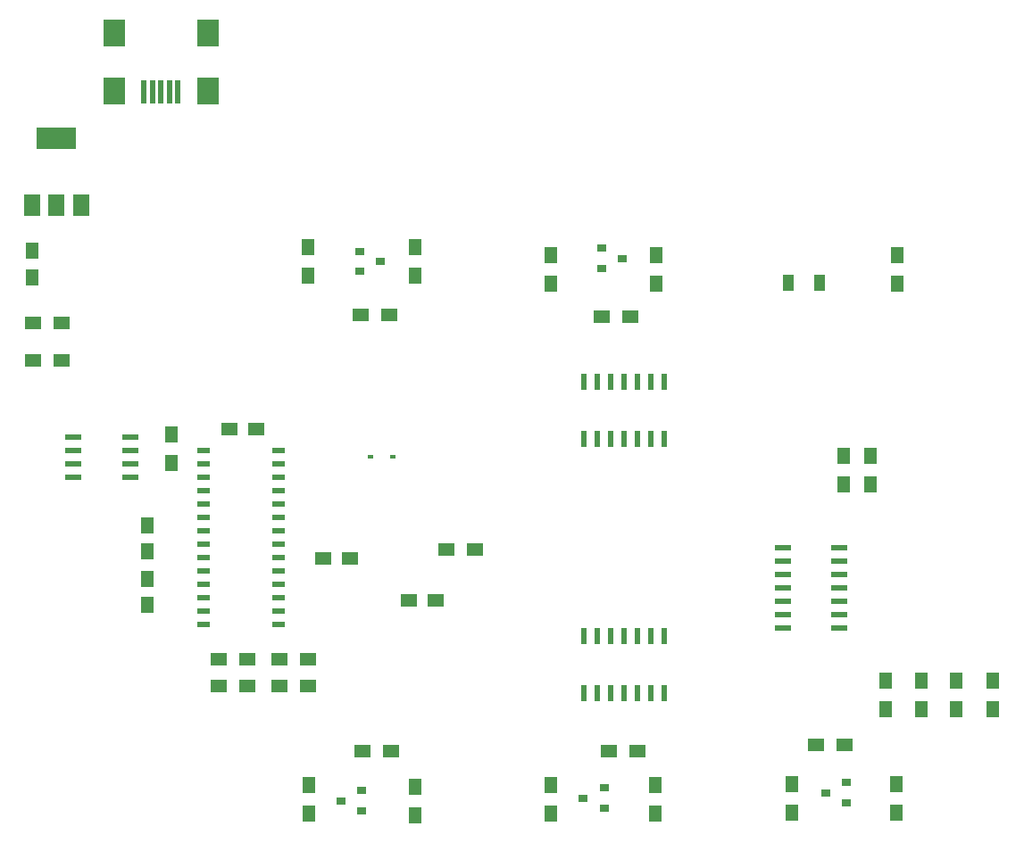
<source format=gbr>
G04 #@! TF.GenerationSoftware,KiCad,Pcbnew,(5.1.9)-1*
G04 #@! TF.CreationDate,2021-01-20T12:41:54+11:00*
G04 #@! TF.ProjectId,USBtoMIDI,55534274-6f4d-4494-9449-2e6b69636164,rev?*
G04 #@! TF.SameCoordinates,Original*
G04 #@! TF.FileFunction,Paste,Top*
G04 #@! TF.FilePolarity,Positive*
%FSLAX46Y46*%
G04 Gerber Fmt 4.6, Leading zero omitted, Abs format (unit mm)*
G04 Created by KiCad (PCBNEW (5.1.9)-1) date 2021-01-20 12:41:54*
%MOMM*%
%LPD*%
G01*
G04 APERTURE LIST*
%ADD10R,0.600000X1.500000*%
%ADD11R,0.600000X0.450000*%
%ADD12R,1.300000X1.500000*%
%ADD13R,1.500000X0.600000*%
%ADD14R,1.500000X1.300000*%
%ADD15R,0.900000X0.800000*%
%ADD16R,0.500000X2.300000*%
%ADD17R,2.000000X2.500000*%
%ADD18R,3.800000X2.000000*%
%ADD19R,1.500000X2.000000*%
%ADD20R,1.000000X1.600000*%
%ADD21R,1.500000X1.250000*%
%ADD22R,1.250000X1.500000*%
%ADD23R,1.550000X0.600000*%
%ADD24R,1.143000X0.508000*%
G04 APERTURE END LIST*
D10*
G04 #@! TO.C,U5*
X163322000Y-111285000D03*
X164592000Y-111285000D03*
X165862000Y-111285000D03*
X167132000Y-111285000D03*
X168402000Y-111285000D03*
X169672000Y-111285000D03*
X170942000Y-111285000D03*
X170942000Y-105885000D03*
X169672000Y-105885000D03*
X168402000Y-105885000D03*
X167132000Y-105885000D03*
X165862000Y-105885000D03*
X164592000Y-105885000D03*
X163322000Y-105885000D03*
G04 #@! TD*
D11*
G04 #@! TO.C,D1*
X145195000Y-88900000D03*
X143095000Y-88900000D03*
G04 #@! TD*
D12*
G04 #@! TO.C,R28*
X198628000Y-112856000D03*
X198628000Y-110156000D03*
G04 #@! TD*
G04 #@! TO.C,R27*
X195326000Y-112856000D03*
X195326000Y-110156000D03*
G04 #@! TD*
G04 #@! TO.C,R26*
X191897000Y-112856000D03*
X191897000Y-110156000D03*
G04 #@! TD*
D13*
G04 #@! TO.C,U7*
X182148500Y-97548700D03*
X182148500Y-98818700D03*
X182148500Y-100088700D03*
X182148500Y-101358700D03*
X182148500Y-102628700D03*
X182148500Y-103898700D03*
X182148500Y-105168700D03*
X187548500Y-105168700D03*
X187548500Y-103898700D03*
X187548500Y-102628700D03*
X187548500Y-101358700D03*
X187548500Y-100088700D03*
X187548500Y-98818700D03*
X187548500Y-97548700D03*
G04 #@! TD*
D12*
G04 #@! TO.C,R25*
X202057000Y-112856000D03*
X202057000Y-110156000D03*
G04 #@! TD*
D14*
G04 #@! TO.C,R24*
X167720000Y-75565000D03*
X165020000Y-75565000D03*
G04 #@! TD*
D15*
G04 #@! TO.C,Q5*
X164950000Y-69100000D03*
X164950000Y-71000000D03*
X166950000Y-70050000D03*
G04 #@! TD*
G04 #@! TO.C,Q4*
X188198000Y-121727000D03*
X188198000Y-119827000D03*
X186198000Y-120777000D03*
G04 #@! TD*
G04 #@! TO.C,Q3*
X165211000Y-122235000D03*
X165211000Y-120335000D03*
X163211000Y-121285000D03*
G04 #@! TD*
G04 #@! TO.C,Q2*
X142224000Y-122489000D03*
X142224000Y-120589000D03*
X140224000Y-121539000D03*
G04 #@! TD*
G04 #@! TO.C,Q1*
X142002000Y-69408000D03*
X142002000Y-71308000D03*
X144002000Y-70358000D03*
G04 #@! TD*
D16*
G04 #@! TO.C,USB2*
X124790000Y-54235000D03*
X123990000Y-54235000D03*
X123190000Y-54235000D03*
X122390000Y-54235000D03*
X121590000Y-54235000D03*
D17*
X127640000Y-54135000D03*
X127640000Y-48635000D03*
X118740000Y-54135000D03*
X118740000Y-48635000D03*
G04 #@! TD*
D14*
G04 #@! TO.C,R22*
X144860000Y-75438000D03*
X142160000Y-75438000D03*
G04 #@! TD*
G04 #@! TO.C,R21*
X185340000Y-116205000D03*
X188040000Y-116205000D03*
G04 #@! TD*
D12*
G04 #@! TO.C,R20*
X192913000Y-119935000D03*
X192913000Y-122635000D03*
G04 #@! TD*
G04 #@! TO.C,R19*
X183007000Y-119935000D03*
X183007000Y-122635000D03*
G04 #@! TD*
D14*
G04 #@! TO.C,R18*
X168355000Y-116840000D03*
X165655000Y-116840000D03*
G04 #@! TD*
D12*
G04 #@! TO.C,R17*
X170053000Y-120062000D03*
X170053000Y-122762000D03*
G04 #@! TD*
G04 #@! TO.C,R16*
X160147000Y-120062000D03*
X160147000Y-122762000D03*
G04 #@! TD*
D10*
G04 #@! TO.C,U4*
X163322000Y-87155000D03*
X164592000Y-87155000D03*
X165862000Y-87155000D03*
X167132000Y-87155000D03*
X168402000Y-87155000D03*
X169672000Y-87155000D03*
X170942000Y-87155000D03*
X170942000Y-81755000D03*
X169672000Y-81755000D03*
X168402000Y-81755000D03*
X167132000Y-81755000D03*
X165862000Y-81755000D03*
X164592000Y-81755000D03*
X163322000Y-81755000D03*
G04 #@! TD*
D14*
G04 #@! TO.C,R15*
X144987000Y-116840000D03*
X142287000Y-116840000D03*
G04 #@! TD*
D12*
G04 #@! TO.C,R14*
X147256500Y-120189000D03*
X147256500Y-122889000D03*
G04 #@! TD*
G04 #@! TO.C,R13*
X137223500Y-120062000D03*
X137223500Y-122762000D03*
G04 #@! TD*
D18*
G04 #@! TO.C,U3*
X113284000Y-58699000D03*
D19*
X113284000Y-64999000D03*
X115584000Y-64999000D03*
X110984000Y-64999000D03*
G04 #@! TD*
D12*
G04 #@! TO.C,R12*
X137160000Y-71708000D03*
X137160000Y-69008000D03*
G04 #@! TD*
G04 #@! TO.C,R11*
X147320000Y-71708000D03*
X147320000Y-69008000D03*
G04 #@! TD*
G04 #@! TO.C,R10*
X160147000Y-72470000D03*
X160147000Y-69770000D03*
G04 #@! TD*
G04 #@! TO.C,R9*
X170180000Y-72470000D03*
X170180000Y-69770000D03*
G04 #@! TD*
G04 #@! TO.C,R8*
X193040000Y-72470000D03*
X193040000Y-69770000D03*
G04 #@! TD*
G04 #@! TO.C,R7*
X190500000Y-91520000D03*
X190500000Y-88820000D03*
G04 #@! TD*
G04 #@! TO.C,R6*
X187960000Y-88820000D03*
X187960000Y-91520000D03*
G04 #@! TD*
D14*
G04 #@! TO.C,R5*
X131398000Y-110617000D03*
X128698000Y-110617000D03*
G04 #@! TD*
G04 #@! TO.C,R4*
X131398000Y-108077000D03*
X128698000Y-108077000D03*
G04 #@! TD*
D12*
G04 #@! TO.C,R3*
X124206000Y-89488000D03*
X124206000Y-86788000D03*
G04 #@! TD*
D14*
G04 #@! TO.C,R2*
X113745000Y-79756000D03*
X111045000Y-79756000D03*
G04 #@! TD*
G04 #@! TO.C,R1*
X152988000Y-97663000D03*
X150288000Y-97663000D03*
G04 #@! TD*
G04 #@! TO.C,LED1*
X113745000Y-76200000D03*
X111045000Y-76200000D03*
G04 #@! TD*
G04 #@! TO.C,DLED3*
X137113000Y-110617000D03*
X134413000Y-110617000D03*
G04 #@! TD*
G04 #@! TO.C,DLED2*
X137113000Y-108077000D03*
X134413000Y-108077000D03*
G04 #@! TD*
D20*
G04 #@! TO.C,D2*
X185650000Y-72390000D03*
X182650000Y-72390000D03*
G04 #@! TD*
D21*
G04 #@! TO.C,C6*
X146705000Y-102489000D03*
X149205000Y-102489000D03*
G04 #@! TD*
G04 #@! TO.C,C5*
X141077000Y-98552000D03*
X138577000Y-98552000D03*
G04 #@! TD*
D22*
G04 #@! TO.C,C4*
X121920000Y-102977000D03*
X121920000Y-100477000D03*
G04 #@! TD*
G04 #@! TO.C,C3*
X121920000Y-95397000D03*
X121920000Y-97897000D03*
G04 #@! TD*
G04 #@! TO.C,C2*
X110998000Y-71862000D03*
X110998000Y-69362000D03*
G04 #@! TD*
D21*
G04 #@! TO.C,C1*
X132187000Y-86233000D03*
X129687000Y-86233000D03*
G04 #@! TD*
D23*
G04 #@! TO.C,U2*
X114902000Y-86995000D03*
X114902000Y-88265000D03*
X114902000Y-89535000D03*
X114902000Y-90805000D03*
X120302000Y-90805000D03*
X120302000Y-89535000D03*
X120302000Y-88265000D03*
X120302000Y-86995000D03*
G04 #@! TD*
D24*
G04 #@! TO.C,U1*
X127254000Y-88265000D03*
X127254000Y-89535000D03*
X127254000Y-90805000D03*
X127254000Y-92075000D03*
X127254000Y-93345000D03*
X127254000Y-94615000D03*
X127254000Y-95885000D03*
X127254000Y-97155000D03*
X127254000Y-98425000D03*
X127254000Y-99695000D03*
X127254000Y-100965000D03*
X127254000Y-102235000D03*
X127254000Y-103505000D03*
X127254000Y-104775000D03*
X134366000Y-104775000D03*
X134366000Y-103505000D03*
X134366000Y-102235000D03*
X134366000Y-100965000D03*
X134366000Y-99695000D03*
X134366000Y-98425000D03*
X134366000Y-97155000D03*
X134366000Y-95885000D03*
X134366000Y-94615000D03*
X134366000Y-93345000D03*
X134366000Y-92075000D03*
X134366000Y-90805000D03*
X134366000Y-89535000D03*
X134366000Y-88265000D03*
G04 #@! TD*
M02*

</source>
